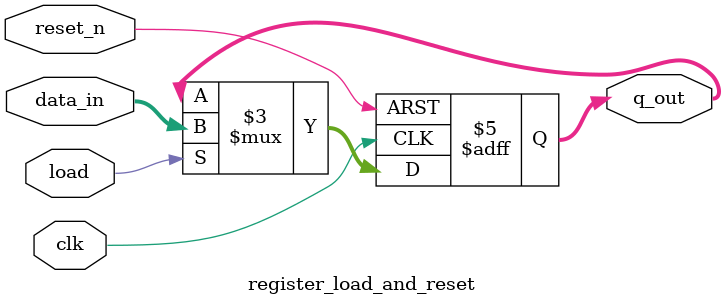
<source format=v>
module register_load_and_reset(clk, load, reset_n, data_in, q_out);
    parameter SIZE = 4;
    input clk, load, reset_n;
    input [SIZE-1:0] data_in;
    output reg [SIZE-1:0] q_out;

    always @(posedge clk or negedge reset_n) begin
        if (!reset_n) q_out <= {SIZE{1'b0}};
        else if (load) q_out <= data_in;
    end
endmodule

</source>
